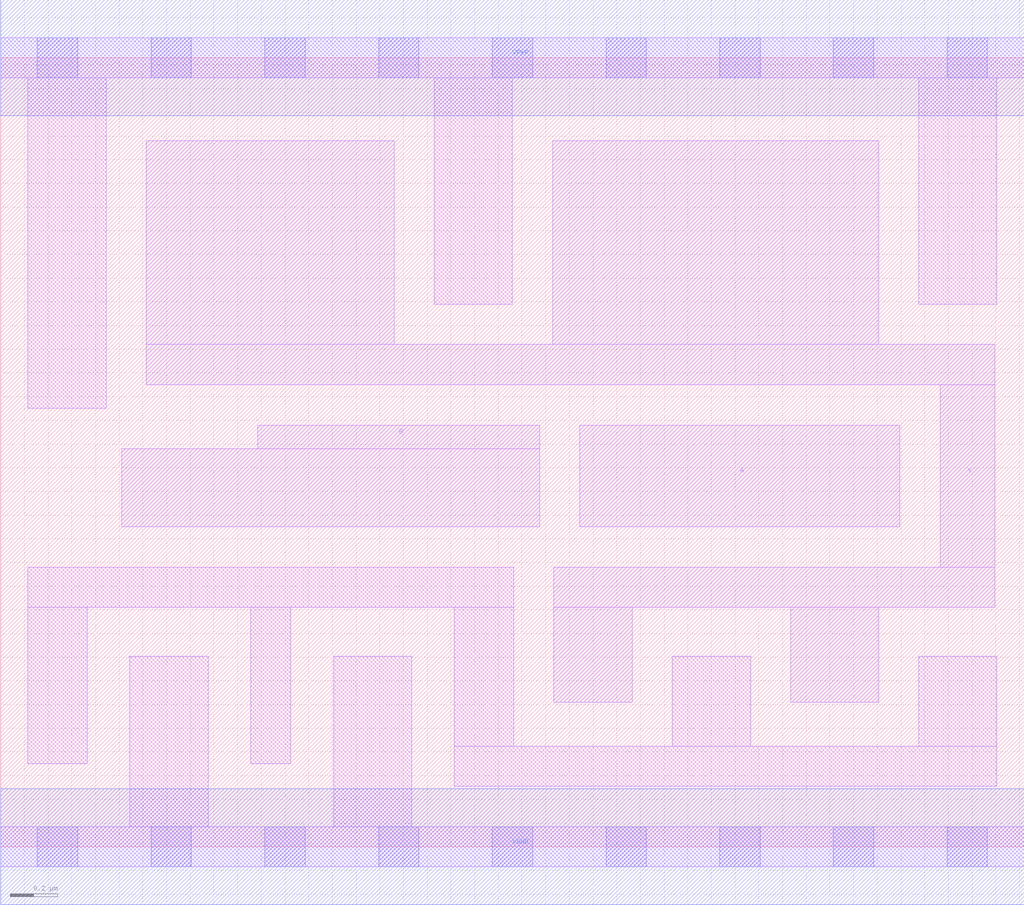
<source format=lef>
# Copyright 2020 The SkyWater PDK Authors
#
# Licensed under the Apache License, Version 2.0 (the "License");
# you may not use this file except in compliance with the License.
# You may obtain a copy of the License at
#
#     https://www.apache.org/licenses/LICENSE-2.0
#
# Unless required by applicable law or agreed to in writing, software
# distributed under the License is distributed on an "AS IS" BASIS,
# WITHOUT WARRANTIES OR CONDITIONS OF ANY KIND, either express or implied.
# See the License for the specific language governing permissions and
# limitations under the License.
#
# SPDX-License-Identifier: Apache-2.0

VERSION 5.7 ;
  NOWIREEXTENSIONATPIN ON ;
  DIVIDERCHAR "/" ;
  BUSBITCHARS "[]" ;
UNITS
  DATABASE MICRONS 200 ;
END UNITS
MACRO sky130_fd_sc_ms__nand2_4
  CLASS CORE ;
  FOREIGN sky130_fd_sc_ms__nand2_4 ;
  ORIGIN  0.000000  0.000000 ;
  SIZE  4.320000 BY  3.330000 ;
  SYMMETRY X Y ;
  SITE unit ;
  PIN A
    ANTENNAGATEAREA  0.847200 ;
    DIRECTION INPUT ;
    USE SIGNAL ;
    PORT
      LAYER li1 ;
        RECT 2.445000 1.350000 3.795000 1.780000 ;
    END
  END A
  PIN B
    ANTENNAGATEAREA  0.847200 ;
    DIRECTION INPUT ;
    USE SIGNAL ;
    PORT
      LAYER li1 ;
        RECT 0.510000 1.350000 2.275000 1.680000 ;
        RECT 1.085000 1.680000 2.275000 1.780000 ;
    END
  END B
  PIN Y
    ANTENNADIFFAREA  3.218900 ;
    DIRECTION OUTPUT ;
    USE SIGNAL ;
    PORT
      LAYER li1 ;
        RECT 0.615000 1.950000 4.195000 2.120000 ;
        RECT 0.615000 2.120000 1.660000 2.980000 ;
        RECT 2.330000 2.120000 3.705000 2.980000 ;
        RECT 2.335000 0.610000 2.665000 1.010000 ;
        RECT 2.335000 1.010000 4.195000 1.180000 ;
        RECT 3.335000 0.610000 3.705000 1.010000 ;
        RECT 3.965000 1.180000 4.195000 1.950000 ;
    END
  END Y
  PIN VGND
    DIRECTION INOUT ;
    USE GROUND ;
    PORT
      LAYER met1 ;
        RECT 0.000000 -0.245000 4.320000 0.245000 ;
    END
  END VGND
  PIN VPWR
    DIRECTION INOUT ;
    USE POWER ;
    PORT
      LAYER met1 ;
        RECT 0.000000 3.085000 4.320000 3.575000 ;
    END
  END VPWR
  OBS
    LAYER li1 ;
      RECT 0.000000 -0.085000 4.320000 0.085000 ;
      RECT 0.000000  3.245000 4.320000 3.415000 ;
      RECT 0.115000  0.350000 0.365000 1.010000 ;
      RECT 0.115000  1.010000 2.165000 1.180000 ;
      RECT 0.115000  1.850000 0.445000 3.245000 ;
      RECT 0.545000  0.085000 0.875000 0.805000 ;
      RECT 1.055000  0.350000 1.225000 1.010000 ;
      RECT 1.405000  0.085000 1.735000 0.805000 ;
      RECT 1.830000  2.290000 2.160000 3.245000 ;
      RECT 1.915000  0.255000 4.205000 0.425000 ;
      RECT 1.915000  0.425000 2.165000 1.010000 ;
      RECT 2.835000  0.425000 3.165000 0.805000 ;
      RECT 3.875000  0.425000 4.205000 0.805000 ;
      RECT 3.875000  2.290000 4.205000 3.245000 ;
    LAYER mcon ;
      RECT 0.155000 -0.085000 0.325000 0.085000 ;
      RECT 0.155000  3.245000 0.325000 3.415000 ;
      RECT 0.635000 -0.085000 0.805000 0.085000 ;
      RECT 0.635000  3.245000 0.805000 3.415000 ;
      RECT 1.115000 -0.085000 1.285000 0.085000 ;
      RECT 1.115000  3.245000 1.285000 3.415000 ;
      RECT 1.595000 -0.085000 1.765000 0.085000 ;
      RECT 1.595000  3.245000 1.765000 3.415000 ;
      RECT 2.075000 -0.085000 2.245000 0.085000 ;
      RECT 2.075000  3.245000 2.245000 3.415000 ;
      RECT 2.555000 -0.085000 2.725000 0.085000 ;
      RECT 2.555000  3.245000 2.725000 3.415000 ;
      RECT 3.035000 -0.085000 3.205000 0.085000 ;
      RECT 3.035000  3.245000 3.205000 3.415000 ;
      RECT 3.515000 -0.085000 3.685000 0.085000 ;
      RECT 3.515000  3.245000 3.685000 3.415000 ;
      RECT 3.995000 -0.085000 4.165000 0.085000 ;
      RECT 3.995000  3.245000 4.165000 3.415000 ;
  END
END sky130_fd_sc_ms__nand2_4
END LIBRARY

</source>
